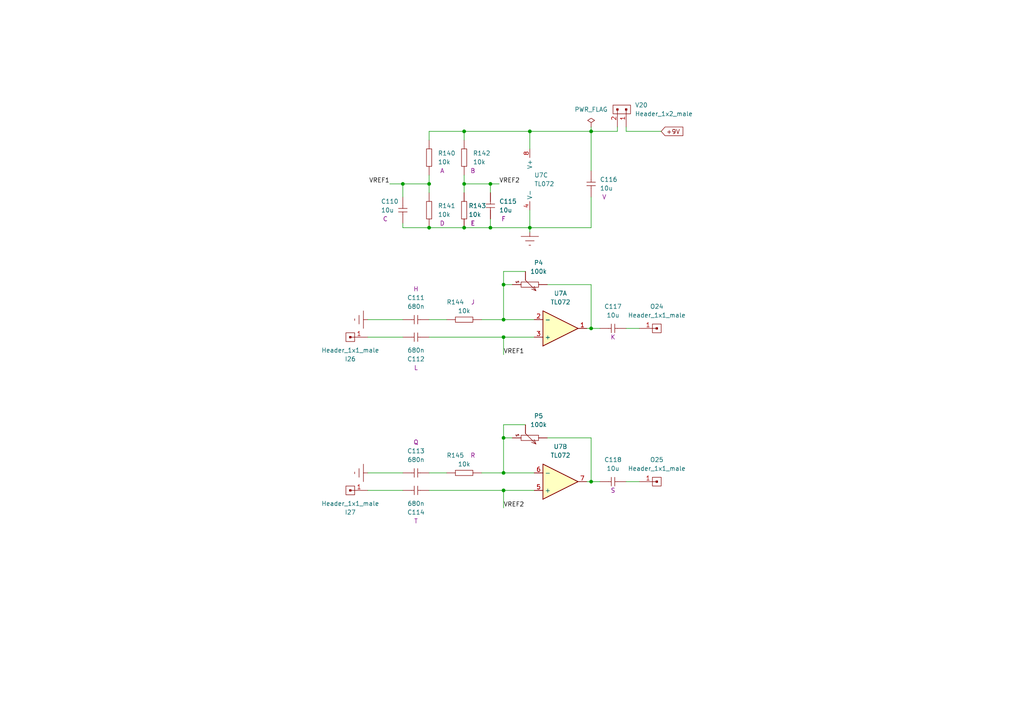
<source format=kicad_sch>
(kicad_sch (version 20211123) (generator eeschema)
  (paper "A4")
  (title_block (title "2x non-inverting amplifier") (date "2024-04-26") (rev "1") (company "https://github.com/dvhx/ultimate-soldering-exercise"))
  (lib_symbols
    (symbol "dvhx-kicad-library:C" (pin_numbers hide) (pin_names hide)
      (property "Reference" "C" (at 2.286 1.016 0))
      (property "Value" "C" (at 2.286 -1.27 0))
      (symbol "C_0_1"
        (polyline (pts (xy 0 -0.508) (xy 0 -1.27)))
        (polyline (pts (xy 0 1.27) (xy 0 0.508)))
        (polyline (pts (xy 1.27 -0.508) (xy -1.27 -0.508)))
        (polyline (pts (xy 1.27 0.508) (xy -1.27 0.508)))
      )
      (symbol "C_1_1"
        (pin passive line (at 0 3.81 270) (length 2.54) (name "1") (number "1"))
        (pin passive line (at 0 -3.81 90) (length 2.54) (name "2") (number "2"))
      )
    )
    (symbol "dvhx-kicad-library:GND" (power) (pin_numbers hide) (pin_names hide)
      (symbol "GND_0_1"
        (polyline (pts (xy -2.54 -1.27) (xy 2.54 -1.27)))
        (polyline (pts (xy -1.27 -2.54) (xy 1.27 -2.54)))
        (polyline (pts (xy -0.254 -3.81) (xy 0.254 -3.81)))
      )
      (symbol "GND_1_1"
        (pin power_in line (at 0 0 270) (length 1.27) (name "GND") (number "GND"))
      )
    )
    (symbol "dvhx-kicad-library:Header_1x1_male" (pin_names hide)
      (property "Reference" "J" (at -0.254 2.286 0))
      (property "Value" "Header_1x1_male" (at 0 4.191 0))
      (symbol "Header_1x1_male_0_1"
        (rectangle (start -1.27 1.27) (end 1.27 -1.27))
        (rectangle (start -0.254 0.254) (end 0.254 -0.254) (fill (type outline)))
      )
      (symbol "Header_1x1_male_1_1"
        (pin passive line (at -5.08 0 0) (length 5.08) (name "1") (number "1"))
      )
    )
    (symbol "dvhx-kicad-library:Header_1x2_male" (pin_names hide)
      (property "Reference" "J" (at -0.254 2.286 0))
      (property "Value" "Header_1x2_male" (at 0 4.191 0))
      (symbol "Header_1x2_male_0_1"
        (rectangle (start -1.27 1.27) (end 1.27 -3.81))
        (rectangle (start -0.254 -2.286) (end 0.254 -2.794) (fill (type outline)))
        (rectangle (start -0.254 0.254) (end 0.254 -0.254) (fill (type outline)))
      )
      (symbol "Header_1x2_male_1_1"
        (pin passive line (at -5.08 0 0) (length 5.08) (name "1") (number "1"))
        (pin passive line (at -5.08 -2.54 0) (length 5.08) (name "2") (number "2"))
      )
    )
    (symbol "dvhx-kicad-library:Opamp_dual"
      (property "Reference" "U" (at 3.048 8.89 0))
      (property "Value" "Opamp_dual" (at 8.128 10.922 0))
      (symbol "Opamp_dual_1_1"
        (polyline (pts (xy -3.81 5.08) (xy 6.35 0) (xy -3.81 -5.08) (xy -3.81 5.08)) (stroke (width 0.254)) (fill (type background)))
        (pin output line (at 8.89 0 180) (length 2.54) (name "~") (number "1"))
        (pin input line (at -6.35 -2.54 0) (length 2.54) (name "-") (number "2"))
        (pin input line (at -6.35 2.54 0) (length 2.54) (name "+") (number "3"))
      )
      (symbol "Opamp_dual_2_1"
        (polyline (pts (xy -3.81 5.08) (xy 6.35 0) (xy -3.81 -5.08) (xy -3.81 5.08)) (stroke (width 0.254)) (fill (type background)))
        (pin input line (at -6.35 2.54 0) (length 2.54) (name "+") (number "5"))
        (pin input line (at -6.35 -2.54 0) (length 2.54) (name "-") (number "6"))
        (pin output line (at 8.89 0 180) (length 2.54) (name "~") (number "7"))
      )
      (symbol "Opamp_dual_3_1"
        (pin power_in line (at 0 -7.62 90) (length 2.54) (name "V-") (number "4"))
        (pin power_in line (at 0 10.16 270) (length 2.54) (name "V+") (number "8"))
      )
    )
    (symbol "dvhx-kicad-library:Potentiometer" (pin_numbers hide) (pin_names hide)
      (property "Reference" "P" (at 2.032 1.016 0))
      (property "Value" "Potentiometer" (at 2.032 -1.016 0))
      (symbol "Potentiometer_0_0"
        (text "S" (at -0.762 -3.556 0) (effects (font (size 0.8 0.8))))
      )
      (symbol "Potentiometer_0_1"
        (polyline (pts (xy 1.778 1.778) (xy 0.508 1.27)))
        (polyline (pts (xy -1.27 -1.27) (xy 1.778 1.778) (xy 1.27 0.508)))
        (polyline (pts (xy -0.762 2.54) (xy 0.762 2.54) (xy 0.762 -2.54) (xy -0.762 -2.54) (xy -0.762 2.54)))
      )
      (symbol "Potentiometer_1_1"
        (pin passive line (at 0 5.08 270) (length 2.54) (name "E") (number "E"))
        (pin passive line (at 0 -5.08 90) (length 2.54) (name "S") (number "S"))
        (pin passive line (at -3.81 -1.27 0) (length 2.54) (name "W") (number "W"))
      )
    )
    (symbol "dvhx-kicad-library:R" (pin_numbers hide) (pin_names hide)
      (property "Reference" "R" (at 2.032 1.016 0))
      (property "Value" "R" (at 2.032 -1.016 0))
      (symbol "R_0_1"
        (polyline (pts (xy -0.762 2.54) (xy 0.762 2.54) (xy 0.762 -2.54) (xy -0.762 -2.54) (xy -0.762 2.54)))
      )
      (symbol "R_1_1"
        (pin passive line (at 0 5.08 270) (length 2.54) (name "1") (number "1"))
        (pin passive line (at 0 -5.08 90) (length 2.54) (name "2") (number "2"))
      )
    )
    (symbol "power:PWR_FLAG" (power) (pin_numbers hide) (pin_names (offset 0) hide)
      (property "Value" "PWR_FLAG" (at 0 3.81 0))
      (symbol "PWR_FLAG_0_0"
        (pin power_out line (at 0 0 90) (length 0) (name "pwr") (number "1"))
      )
      (symbol "PWR_FLAG_0_1"
        (polyline (pts (xy 0 0) (xy 0 1.27) (xy -1.016 1.905) (xy 0 2.54) (xy 1.016 1.905) (xy 0 1.27)))
      )
    )
  )
  (junction (at 153.67 38.1))
  (junction (at 134.62 38.1))
  (junction (at 142.24 66.04))
  (junction (at 116.84 53.34))
  (junction (at 153.67 66.04))
  (junction (at 124.46 53.34))
  (junction (at 146.05 127))
  (junction (at 146.05 97.79))
  (junction (at 146.05 92.71))
  (junction (at 171.45 139.7))
  (junction (at 146.05 82.55))
  (junction (at 146.05 142.24))
  (junction (at 146.05 137.16))
  (junction (at 134.62 53.34))
  (junction (at 171.45 38.1))
  (junction (at 124.46 66.04))
  (junction (at 171.45 95.25))
  (junction (at 142.24 53.34))
  (junction (at 134.62 66.04))
  (wire (pts (xy 153.67 38.1) (xy 171.45 38.1)))
  (wire (pts (xy 153.67 67.31) (xy 153.67 66.04)))
  (wire (pts (xy 134.62 53.34) (xy 134.62 55.88)))
  (wire (pts (xy 142.24 63.5) (xy 142.24 66.04)))
  (wire (pts (xy 124.46 66.04) (xy 134.62 66.04)))
  (wire (pts (xy 113.03 53.34) (xy 116.84 53.34)))
  (wire (pts (xy 153.67 66.04) (xy 171.45 66.04)))
  (wire (pts (xy 181.61 36.83) (xy 181.61 38.1)))
  (wire (pts (xy 106.68 97.79) (xy 116.84 97.79)))
  (wire (pts (xy 148.59 82.55) (xy 146.05 82.55)))
  (wire (pts (xy 146.05 123.19) (xy 146.05 127)))
  (wire (pts (xy 158.75 82.55) (xy 171.45 82.55)))
  (wire (pts (xy 124.46 50.8) (xy 124.46 53.34)))
  (wire (pts (xy 142.24 66.04) (xy 153.67 66.04)))
  (wire (pts (xy 134.62 53.34) (xy 142.24 53.34)))
  (wire (pts (xy 106.68 137.16) (xy 116.84 137.16)))
  (wire (pts (xy 170.18 95.25) (xy 171.45 95.25)))
  (wire (pts (xy 153.67 60.96) (xy 153.67 66.04)))
  (wire (pts (xy 124.46 92.71) (xy 129.54 92.71)))
  (wire (pts (xy 139.7 137.16) (xy 146.05 137.16)))
  (wire (pts (xy 124.46 40.64) (xy 124.46 38.1)))
  (wire (pts (xy 106.68 92.71) (xy 116.84 92.71)))
  (wire (pts (xy 158.75 127) (xy 171.45 127)))
  (wire (pts (xy 124.46 137.16) (xy 129.54 137.16)))
  (wire (pts (xy 171.45 139.7) (xy 173.99 139.7)))
  (wire (pts (xy 153.67 38.1) (xy 153.67 43.18)))
  (wire (pts (xy 146.05 92.71) (xy 154.94 92.71)))
  (wire (pts (xy 116.84 53.34) (xy 124.46 53.34)))
  (wire (pts (xy 116.84 53.34) (xy 116.84 57.15)))
  (wire (pts (xy 171.45 82.55) (xy 171.45 95.25)))
  (wire (pts (xy 171.45 95.25) (xy 173.99 95.25)))
  (wire (pts (xy 171.45 38.1) (xy 179.07 38.1)))
  (wire (pts (xy 124.46 97.79) (xy 146.05 97.79)))
  (wire (pts (xy 171.45 127) (xy 171.45 139.7)))
  (wire (pts (xy 106.68 142.24) (xy 116.84 142.24)))
  (wire (pts (xy 146.05 97.79) (xy 154.94 97.79)))
  (wire (pts (xy 179.07 36.83) (xy 179.07 38.1)))
  (wire (pts (xy 134.62 50.8) (xy 134.62 53.34)))
  (wire (pts (xy 146.05 127) (xy 146.05 137.16)))
  (wire (pts (xy 171.45 57.15) (xy 171.45 66.04)))
  (wire (pts (xy 181.61 95.25) (xy 185.42 95.25)))
  (wire (pts (xy 139.7 92.71) (xy 146.05 92.71)))
  (wire (pts (xy 142.24 55.88) (xy 142.24 53.34)))
  (wire (pts (xy 146.05 142.24) (xy 154.94 142.24)))
  (wire (pts (xy 148.59 127) (xy 146.05 127)))
  (wire (pts (xy 171.45 36.83) (xy 171.45 38.1)))
  (wire (pts (xy 134.62 40.64) (xy 134.62 38.1)))
  (wire (pts (xy 146.05 142.24) (xy 146.05 147.32)))
  (wire (pts (xy 134.62 38.1) (xy 153.67 38.1)))
  (wire (pts (xy 142.24 53.34) (xy 144.78 53.34)))
  (wire (pts (xy 181.61 139.7) (xy 185.42 139.7)))
  (wire (pts (xy 171.45 38.1) (xy 171.45 49.53)))
  (wire (pts (xy 124.46 142.24) (xy 146.05 142.24)))
  (wire (pts (xy 124.46 53.34) (xy 124.46 55.88)))
  (wire (pts (xy 181.61 38.1) (xy 191.77 38.1)))
  (wire (pts (xy 116.84 64.77) (xy 116.84 66.04)))
  (wire (pts (xy 146.05 82.55) (xy 146.05 92.71)))
  (wire (pts (xy 124.46 38.1) (xy 134.62 38.1)))
  (wire (pts (xy 146.05 97.79) (xy 146.05 102.87)))
  (wire (pts (xy 116.84 66.04) (xy 124.46 66.04)))
  (wire (pts (xy 146.05 78.74) (xy 146.05 82.55)))
  (wire (pts (xy 170.18 139.7) (xy 171.45 139.7)))
  (wire (pts (xy 152.4 123.19) (xy 146.05 123.19)))
  (wire (pts (xy 134.62 66.04) (xy 142.24 66.04)))
  (wire (pts (xy 146.05 137.16) (xy 154.94 137.16)))
  (wire (pts (xy 152.4 78.74) (xy 146.05 78.74)))
  (label "VREF1" (at 113.03 53.34 180))
  (label "VREF2" (at 146.05 147.32 0))
  (label "VREF2" (at 144.78 53.34 0))
  (label "VREF1" (at 146.05 102.87 0))
  (global_label "+9V" (shape input) (at 191.77 38.1 0) (property "Intersheet References" "${INTERSHEET_REFS}" (effects hide)))
  (symbol (lib_id "dvhx-kicad-library:Header_1x1_male") (at 101.6 97.79 180) (unit 1)
    (property "Reference" "I26" (at 101.6 104.14 0))
    (property "Value" "Header_1x1_male" (at 101.6 101.6 0))
    (property "Footprint" "dvhx-kicad-library:Header_1x1_male_upright" (effects hide))
  )
  (symbol (lib_id "dvhx-kicad-library:C") (at 177.8 95.25 90) (unit 1)
    (property "Reference" "C117" (at 177.8 88.9 90))
    (property "Value" "10u" (at 177.8 91.44 90))
    (property "Footprint" "dvhx-kicad-library:Capacitor_0805" (effects hide))
    (property "Field4" "K" (at 177.8 97.79 90))
  )
  (symbol (lib_id "dvhx-kicad-library:GND") (at 153.67 67.31 0) (unit 1)
    (property "Reference" "#GND041" (effects hide))
    (property "Value" "GND" (effects hide))
  )
  (symbol (lib_id "dvhx-kicad-library:Header_1x1_male") (at 101.6 142.24 180) (unit 1)
    (property "Reference" "I27" (at 101.6 148.59 0))
    (property "Value" "Header_1x1_male" (at 101.6 146.05 0))
    (property "Footprint" "dvhx-kicad-library:Header_1x1_male_upright" (effects hide))
  )
  (symbol (lib_id "dvhx-kicad-library:Opamp_dual") (at 161.29 139.7 0) (mirror x) (unit 2)
    (property "Reference" "U7" (at 162.56 129.54 0))
    (property "Value" "TL072" (at 162.56 132.08 0))
    (property "Footprint" "dvhx-kicad-library:SOIC-8" (effects hide))
  )
  (symbol (lib_id "dvhx-kicad-library:R") (at 134.62 60.96 0) (unit 1)
    (property "Reference" "R143" (at 135.89 59.69 0) (effects (justify left)))
    (property "Value" "10k" (at 135.89 62.23 0) (effects (justify left)))
    (property "Footprint" "dvhx-kicad-library:Resistor_0805" (effects hide))
    (property "Field4" "E" (at 137.16 64.7701 0))
  )
  (symbol (lib_id "dvhx-kicad-library:Header_1x1_male") (at 190.5 139.7 0) (mirror x) (unit 1)
    (property "Reference" "O25" (at 190.5 133.35 0))
    (property "Value" "Header_1x1_male" (at 190.5 135.89 0))
    (property "Footprint" "dvhx-kicad-library:Header_1x1_male_upright" (effects hide))
  )
  (symbol (lib_id "dvhx-kicad-library:Potentiometer") (at 153.67 127 270) (unit 1)
    (property "Reference" "P5" (at 156.21 120.65 90))
    (property "Value" "100k" (at 156.21 123.19 90))
    (property "Footprint" "dvhx-kicad-library:Resistor_trimmer_RM065" (effects hide))
  )
  (symbol (lib_id "dvhx-kicad-library:Opamp_dual") (at 161.29 95.25 0) (mirror x) (unit 1)
    (property "Reference" "U7" (at 162.56 85.09 0))
    (property "Value" "TL072" (at 162.56 87.63 0))
    (property "Footprint" "dvhx-kicad-library:SOIC-8" (effects hide))
  )
  (symbol (lib_id "dvhx-kicad-library:GND") (at 106.68 137.16 270) (unit 1)
    (property "Reference" "#GND040" (effects hide))
    (property "Value" "GND" (effects hide))
  )
  (symbol (lib_id "dvhx-kicad-library:Header_1x1_male") (at 190.5 95.25 0) (mirror x) (unit 1)
    (property "Reference" "O24" (at 190.5 88.9 0))
    (property "Value" "Header_1x1_male" (at 190.5 91.44 0))
    (property "Footprint" "dvhx-kicad-library:Header_1x1_male_upright" (effects hide))
  )
  (symbol (lib_id "dvhx-kicad-library:C") (at 116.84 60.96 180) (unit 1)
    (property "Reference" "C110" (at 110.49 58.42 0) (effects (justify right)))
    (property "Value" "10u" (at 110.49 60.96 0) (effects (justify right)))
    (property "Footprint" "dvhx-kicad-library:Capacitor_0805" (effects hide))
    (property "Field4" "C" (at 111.76 63.5001 0))
  )
  (symbol (lib_id "dvhx-kicad-library:R") (at 124.46 45.72 0) (unit 1)
    (property "Reference" "R140" (at 127 44.4499 0) (effects (justify left)))
    (property "Value" "10k" (at 127 46.9899 0) (effects (justify left)))
    (property "Footprint" "dvhx-kicad-library:Resistor_0805" (effects hide))
    (property "Field4" "A" (at 128.27 49.53 0))
  )
  (symbol (lib_id "dvhx-kicad-library:R") (at 134.62 92.71 90) (unit 1)
    (property "Reference" "R144" (at 132.08 87.63 90))
    (property "Value" "10k" (at 134.62 90.17 90))
    (property "Footprint" "dvhx-kicad-library:Resistor_0805" (effects hide))
    (property "Field4" "J" (at 137.16 87.63 90))
  )
  (symbol (lib_id "dvhx-kicad-library:Header_1x2_male") (at 181.61 31.75 270) (mirror x) (unit 1)
    (property "Reference" "V20" (at 184.15 30.4799 90) (effects (justify left)))
    (property "Value" "Header_1x2_male" (at 184.15 33.0199 90) (effects (justify left)))
    (property "Footprint" "dvhx-kicad-library:Header_1x2_male_upright" (effects hide))
  )
  (symbol (lib_id "dvhx-kicad-library:GND") (at 106.68 92.71 270) (unit 1)
    (property "Reference" "#GND039" (effects hide))
    (property "Value" "GND" (effects hide))
  )
  (symbol (lib_id "dvhx-kicad-library:R") (at 124.46 60.96 0) (unit 1)
    (property "Reference" "R141" (at 127 59.6899 0) (effects (justify left)))
    (property "Value" "10k" (at 127 62.2299 0) (effects (justify left)))
    (property "Footprint" "dvhx-kicad-library:Resistor_0805" (effects hide))
    (property "Field4" "D" (at 128.27 64.77 0))
  )
  (symbol (lib_id "dvhx-kicad-library:C") (at 120.65 137.16 90) (unit 1)
    (property "Reference" "C113" (at 120.65 130.81 90))
    (property "Value" "680n" (at 120.65 133.35 90))
    (property "Footprint" "dvhx-kicad-library:Capacitor_0805" (effects hide))
    (property "Field4" "Q" (at 120.65 128.27 90))
  )
  (symbol (lib_id "dvhx-kicad-library:C") (at 177.8 139.7 90) (unit 1)
    (property "Reference" "C118" (at 177.8 133.35 90))
    (property "Value" "10u" (at 177.8 135.89 90))
    (property "Footprint" "dvhx-kicad-library:Capacitor_0805" (effects hide))
    (property "Field4" "S" (at 177.8 142.24 90))
  )
  (symbol (lib_id "dvhx-kicad-library:Opamp_dual") (at 153.67 53.34 0) (unit 3)
    (property "Reference" "U7" (at 154.94 50.7999 0) (effects (justify left)))
    (property "Value" "TL072" (at 154.94 53.3399 0) (effects (justify left)))
    (property "Footprint" "dvhx-kicad-library:SOIC-8" (effects hide))
  )
  (symbol (lib_id "power:PWR_FLAG") (at 171.45 36.83 0) (unit 1)
    (property "Reference" "#FLG05" (effects hide))
    (property "Value" "PWR_FLAG" (at 171.45 31.75 0))
  )
  (symbol (lib_id "dvhx-kicad-library:Potentiometer") (at 153.67 82.55 270) (unit 1)
    (property "Reference" "P4" (at 156.21 76.2 90))
    (property "Value" "100k" (at 156.21 78.74 90))
    (property "Footprint" "dvhx-kicad-library:Resistor_trimmer_RM065" (effects hide))
  )
  (symbol (lib_id "dvhx-kicad-library:R") (at 134.62 137.16 90) (unit 1)
    (property "Reference" "R145" (at 132.08 132.08 90))
    (property "Value" "10k" (at 134.62 134.62 90))
    (property "Footprint" "dvhx-kicad-library:Resistor_0805" (effects hide))
    (property "Field4" "R" (at 137.16 132.08 90))
  )
  (symbol (lib_id "dvhx-kicad-library:C") (at 120.65 97.79 90) (mirror x) (unit 1)
    (property "Reference" "C112" (at 120.65 104.14 90))
    (property "Value" "680n" (at 120.65 101.6 90))
    (property "Footprint" "dvhx-kicad-library:Capacitor_0805" (effects hide))
    (property "Field4" "L" (at 120.65 106.68 90))
  )
  (symbol (lib_id "dvhx-kicad-library:C") (at 120.65 92.71 90) (unit 1)
    (property "Reference" "C111" (at 120.65 86.36 90))
    (property "Value" "680n" (at 120.65 88.9 90))
    (property "Footprint" "dvhx-kicad-library:Capacitor_0805" (effects hide))
    (property "Field4" "H" (at 120.65 83.82 90))
  )
  (symbol (lib_id "dvhx-kicad-library:R") (at 134.62 45.72 0) (unit 1)
    (property "Reference" "R142" (at 137.16 44.4499 0) (effects (justify left)))
    (property "Value" "10k" (at 137.16 46.9899 0) (effects (justify left)))
    (property "Footprint" "dvhx-kicad-library:Resistor_0805" (effects hide))
    (property "Field4" "B" (at 137.16 49.53 0))
  )
  (symbol (lib_id "dvhx-kicad-library:C") (at 171.45 53.34 180) (unit 1)
    (property "Reference" "C116" (at 173.99 52.0699 0) (effects (justify right)))
    (property "Value" "10u" (at 173.99 54.6099 0) (effects (justify right)))
    (property "Footprint" "dvhx-kicad-library:Capacitor_0805" (effects hide))
    (property "Field4" "V" (at 175.26 57.15 0))
  )
  (symbol (lib_id "dvhx-kicad-library:C") (at 120.65 142.24 90) (mirror x) (unit 1)
    (property "Reference" "C114" (at 120.65 148.59 90))
    (property "Value" "680n" (at 120.65 146.05 90))
    (property "Footprint" "dvhx-kicad-library:Capacitor_0805" (effects hide))
    (property "Field4" "T" (at 120.65 151.13 90))
  )
  (symbol (lib_id "dvhx-kicad-library:C") (at 142.24 59.69 180) (unit 1)
    (property "Reference" "C115" (at 144.78 58.4199 0) (effects (justify right)))
    (property "Value" "10u" (at 144.78 60.9599 0) (effects (justify right)))
    (property "Footprint" "dvhx-kicad-library:Capacitor_0805" (effects hide))
    (property "Field4" "F" (at 146.05 63.5 0))
  )
)
</source>
